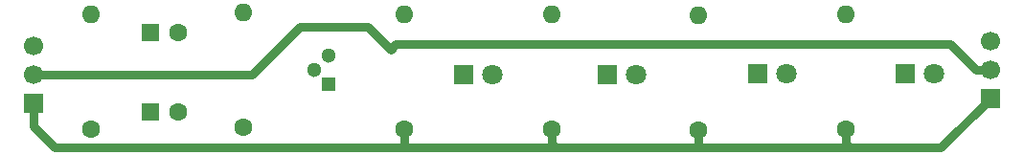
<source format=gbr>
%TF.GenerationSoftware,KiCad,Pcbnew,9.0.0*%
%TF.CreationDate,2025-06-20T16:33:01-04:00*%
%TF.ProjectId,proyecto_2_modulo,70726f79-6563-4746-9f5f-325f6d6f6475,rev?*%
%TF.SameCoordinates,Original*%
%TF.FileFunction,Copper,L1,Top*%
%TF.FilePolarity,Positive*%
%FSLAX46Y46*%
G04 Gerber Fmt 4.6, Leading zero omitted, Abs format (unit mm)*
G04 Created by KiCad (PCBNEW 9.0.0) date 2025-06-20 16:33:01*
%MOMM*%
%LPD*%
G01*
G04 APERTURE LIST*
%TA.AperFunction,ComponentPad*%
%ADD10R,1.300000X1.300000*%
%TD*%
%TA.AperFunction,ComponentPad*%
%ADD11C,1.300000*%
%TD*%
%TA.AperFunction,ComponentPad*%
%ADD12C,1.600000*%
%TD*%
%TA.AperFunction,ComponentPad*%
%ADD13O,1.600000X1.600000*%
%TD*%
%TA.AperFunction,ComponentPad*%
%ADD14R,1.800000X1.800000*%
%TD*%
%TA.AperFunction,ComponentPad*%
%ADD15C,1.800000*%
%TD*%
%TA.AperFunction,ComponentPad*%
%ADD16R,1.700000X1.700000*%
%TD*%
%TA.AperFunction,ComponentPad*%
%ADD17C,1.700000*%
%TD*%
%TA.AperFunction,ComponentPad*%
%ADD18R,1.600000X1.600000*%
%TD*%
%TA.AperFunction,Conductor*%
%ADD19C,0.750000*%
%TD*%
G04 APERTURE END LIST*
D10*
%TO.P,Q2,1,E*%
%TO.N,GND1*%
X83500000Y-33520000D03*
D11*
%TO.P,Q2,2,B*%
%TO.N,Net-(Q2-B)*%
X82230000Y-32250000D03*
%TO.P,Q2,3,C*%
%TO.N,Net-(D10-K)*%
X83500000Y-30980000D03*
%TD*%
D12*
%TO.P,R15,1*%
%TO.N,Net-(J21-Pin_2)*%
X62500000Y-37580000D03*
D13*
%TO.P,R15,2*%
%TO.N,Net-(Q2-B)*%
X62500000Y-27420000D03*
%TD*%
D14*
%TO.P,D10,1,K*%
%TO.N,Net-(D10-K)*%
X134475000Y-32600000D03*
D15*
%TO.P,D10,2,A*%
%TO.N,Net-(D10-A)*%
X137015000Y-32600000D03*
%TD*%
D12*
%TO.P,R22,1*%
%TO.N,Net-(Q2-B)*%
X76000000Y-37410000D03*
D13*
%TO.P,R22,2*%
%TO.N,GND1*%
X76000000Y-27250000D03*
%TD*%
D14*
%TO.P,D7,1,K*%
%TO.N,Net-(D10-K)*%
X108160000Y-32700000D03*
D15*
%TO.P,D7,2,A*%
%TO.N,Net-(D7-A)*%
X110700000Y-32700000D03*
%TD*%
D12*
%TO.P,R23,1*%
%TO.N,VCC*%
X129250000Y-37560000D03*
D13*
%TO.P,R23,2*%
%TO.N,Net-(D10-A)*%
X129250000Y-27400000D03*
%TD*%
D16*
%TO.P,J21,1,Pin_1*%
%TO.N,VCC*%
X142000000Y-34790000D03*
D17*
%TO.P,J21,2,Pin_2*%
%TO.N,Net-(J21-Pin_2)*%
X142000000Y-32250000D03*
%TO.P,J21,3,Pin_3*%
%TO.N,GND1*%
X142000000Y-29710000D03*
%TD*%
D14*
%TO.P,D8,1,K*%
%TO.N,Net-(D10-K)*%
X121460000Y-32600000D03*
D15*
%TO.P,D8,2,A*%
%TO.N,Net-(D8-A)*%
X124000000Y-32600000D03*
%TD*%
D16*
%TO.P,J23,1,Pin_1*%
%TO.N,VCC*%
X57500000Y-35290000D03*
D17*
%TO.P,J23,2,Pin_2*%
%TO.N,Net-(J21-Pin_2)*%
X57500000Y-32750000D03*
%TO.P,J23,3,Pin_3*%
%TO.N,GND1*%
X57500000Y-30210000D03*
%TD*%
D12*
%TO.P,R16,1*%
%TO.N,VCC*%
X90250000Y-37560000D03*
D13*
%TO.P,R16,2*%
%TO.N,Net-(D5-A)*%
X90250000Y-27400000D03*
%TD*%
D12*
%TO.P,R20,1*%
%TO.N,VCC*%
X116200000Y-37660000D03*
D13*
%TO.P,R20,2*%
%TO.N,Net-(D8-A)*%
X116200000Y-27500000D03*
%TD*%
D12*
%TO.P,R19,1*%
%TO.N,VCC*%
X103300000Y-37560000D03*
D13*
%TO.P,R19,2*%
%TO.N,Net-(D7-A)*%
X103300000Y-27400000D03*
%TD*%
D18*
%TO.P,C9,1*%
%TO.N,Net-(Q2-B)*%
X67750000Y-36000000D03*
D12*
%TO.P,C9,2*%
%TO.N,GND1*%
X70250000Y-36000000D03*
%TD*%
D18*
%TO.P,C7,1*%
%TO.N,Net-(Q2-B)*%
X67750000Y-29000000D03*
D12*
%TO.P,C7,2*%
%TO.N,GND1*%
X70250000Y-29000000D03*
%TD*%
D14*
%TO.P,D5,1,K*%
%TO.N,Net-(D10-K)*%
X95460000Y-32750000D03*
D15*
%TO.P,D5,2,A*%
%TO.N,Net-(D5-A)*%
X98000000Y-32750000D03*
%TD*%
D19*
%TO.N,Net-(J21-Pin_2)*%
X57500000Y-32750000D02*
X76750000Y-32750000D01*
X76750000Y-32750000D02*
X81000000Y-28500000D01*
X81000000Y-28500000D02*
X87000000Y-28500000D01*
X87000000Y-28500000D02*
X89000000Y-30500000D01*
X138500000Y-30000000D02*
X140750000Y-32250000D01*
X89000000Y-30500000D02*
X89500000Y-30000000D01*
X89500000Y-30000000D02*
X138500000Y-30000000D01*
X140750000Y-32250000D02*
X142000000Y-32250000D01*
%TO.N,VCC*%
X137666000Y-39124000D02*
X142000000Y-34790000D01*
X116200000Y-37660000D02*
X116200000Y-38824000D01*
X90250000Y-37560000D02*
X90250000Y-38874000D01*
X129250000Y-37560000D02*
X129250000Y-38774000D01*
X103600000Y-39124000D02*
X116500000Y-39124000D01*
X90250000Y-38874000D02*
X90500000Y-39124000D01*
X116500000Y-39124000D02*
X129600000Y-39124000D01*
X103300000Y-37560000D02*
X103300000Y-38824000D01*
X116200000Y-38824000D02*
X116500000Y-39124000D01*
X103300000Y-38824000D02*
X103600000Y-39124000D01*
X59300000Y-39124000D02*
X90500000Y-39124000D01*
X90500000Y-39124000D02*
X103600000Y-39124000D01*
X129250000Y-38774000D02*
X129600000Y-39124000D01*
X57500000Y-37324000D02*
X59300000Y-39124000D01*
X57500000Y-35290000D02*
X57500000Y-37324000D01*
X129600000Y-39124000D02*
X137666000Y-39124000D01*
%TD*%
M02*

</source>
